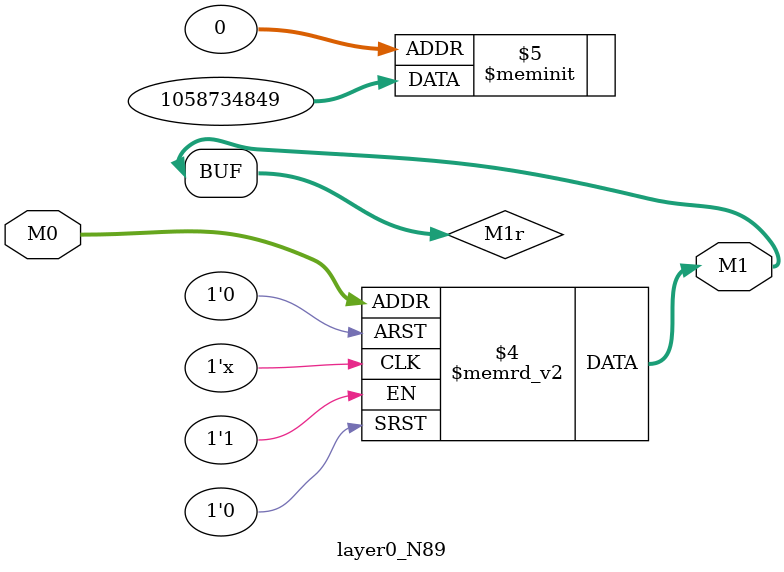
<source format=v>
module layer0_N89 ( input [3:0] M0, output [1:0] M1 );

	(*rom_style = "distributed" *) reg [1:0] M1r;
	assign M1 = M1r;
	always @ (M0) begin
		case (M0)
			4'b0000: M1r = 2'b01;
			4'b1000: M1r = 2'b11;
			4'b0100: M1r = 2'b11;
			4'b1100: M1r = 2'b11;
			4'b0010: M1r = 2'b00;
			4'b1010: M1r = 2'b01;
			4'b0110: M1r = 2'b00;
			4'b1110: M1r = 2'b11;
			4'b0001: M1r = 2'b00;
			4'b1001: M1r = 2'b10;
			4'b0101: M1r = 2'b00;
			4'b1101: M1r = 2'b11;
			4'b0011: M1r = 2'b00;
			4'b1011: M1r = 2'b00;
			4'b0111: M1r = 2'b00;
			4'b1111: M1r = 2'b00;

		endcase
	end
endmodule

</source>
